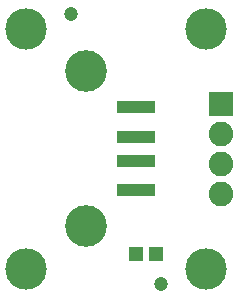
<source format=gbr>
G04 EAGLE Gerber RS-274X export*
G75*
%MOMM*%
%FSLAX34Y34*%
%LPD*%
%INSoldermask Top*%
%IPPOS*%
%AMOC8*
5,1,8,0,0,1.08239X$1,22.5*%
G01*
%ADD10C,3.530600*%
%ADD11R,3.203200X1.103200*%
%ADD12R,2.082800X2.082800*%
%ADD13C,2.082800*%
%ADD14C,3.505200*%
%ADD15C,1.203200*%
%ADD16R,1.303200X1.203200*%


D10*
X76200Y61341D03*
X76200Y192659D03*
D11*
X118320Y137000D03*
X118320Y162000D03*
X118320Y117000D03*
X118320Y92000D03*
D12*
X190500Y165100D03*
D13*
X190500Y139700D03*
X190500Y114300D03*
X190500Y88900D03*
D14*
X25400Y228600D03*
X25400Y25400D03*
X177800Y228600D03*
X177800Y25400D03*
D15*
X139700Y12700D03*
X63500Y241300D03*
D16*
X135500Y38100D03*
X118500Y38100D03*
M02*

</source>
